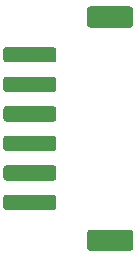
<source format=gbp>
G04 #@! TF.GenerationSoftware,KiCad,Pcbnew,(5.1.9)-1*
G04 #@! TF.CreationDate,2024-04-03T19:01:00-04:00*
G04 #@! TF.ProjectId,Shield Drive Moteur DC,53686965-6c64-4204-9472-697665204d6f,rev?*
G04 #@! TF.SameCoordinates,Original*
G04 #@! TF.FileFunction,Paste,Bot*
G04 #@! TF.FilePolarity,Positive*
%FSLAX46Y46*%
G04 Gerber Fmt 4.6, Leading zero omitted, Abs format (unit mm)*
G04 Created by KiCad (PCBNEW (5.1.9)-1) date 2024-04-03 19:01:00*
%MOMM*%
%LPD*%
G01*
G04 APERTURE LIST*
G04 APERTURE END LIST*
G36*
G01*
X210089600Y-104660000D02*
X214090400Y-104660000D01*
G75*
G02*
X214340000Y-104909600I0J-249600D01*
G01*
X214340000Y-105710400D01*
G75*
G02*
X214090400Y-105960000I-249600J0D01*
G01*
X210089600Y-105960000D01*
G75*
G02*
X209840000Y-105710400I0J249600D01*
G01*
X209840000Y-104909600D01*
G75*
G02*
X210089600Y-104660000I249600J0D01*
G01*
G37*
G36*
G01*
X217190200Y-107610000D02*
X220589800Y-107610000D01*
G75*
G02*
X220840000Y-107860200I0J-250200D01*
G01*
X220840000Y-109159800D01*
G75*
G02*
X220589800Y-109410000I-250200J0D01*
G01*
X217190200Y-109410000D01*
G75*
G02*
X216940000Y-109159800I0J250200D01*
G01*
X216940000Y-107860200D01*
G75*
G02*
X217190200Y-107610000I250200J0D01*
G01*
G37*
G36*
G01*
X217190200Y-88710000D02*
X220589800Y-88710000D01*
G75*
G02*
X220840000Y-88960200I0J-250200D01*
G01*
X220840000Y-90259800D01*
G75*
G02*
X220589800Y-90510000I-250200J0D01*
G01*
X217190200Y-90510000D01*
G75*
G02*
X216940000Y-90259800I0J250200D01*
G01*
X216940000Y-88960200D01*
G75*
G02*
X217190200Y-88710000I250200J0D01*
G01*
G37*
G36*
G01*
X210089600Y-102160000D02*
X214090400Y-102160000D01*
G75*
G02*
X214340000Y-102409600I0J-249600D01*
G01*
X214340000Y-103210400D01*
G75*
G02*
X214090400Y-103460000I-249600J0D01*
G01*
X210089600Y-103460000D01*
G75*
G02*
X209840000Y-103210400I0J249600D01*
G01*
X209840000Y-102409600D01*
G75*
G02*
X210089600Y-102160000I249600J0D01*
G01*
G37*
G36*
G01*
X210089600Y-99660000D02*
X214090400Y-99660000D01*
G75*
G02*
X214340000Y-99909600I0J-249600D01*
G01*
X214340000Y-100710400D01*
G75*
G02*
X214090400Y-100960000I-249600J0D01*
G01*
X210089600Y-100960000D01*
G75*
G02*
X209840000Y-100710400I0J249600D01*
G01*
X209840000Y-99909600D01*
G75*
G02*
X210089600Y-99660000I249600J0D01*
G01*
G37*
G36*
G01*
X210089600Y-97160000D02*
X214090400Y-97160000D01*
G75*
G02*
X214340000Y-97409600I0J-249600D01*
G01*
X214340000Y-98210400D01*
G75*
G02*
X214090400Y-98460000I-249600J0D01*
G01*
X210089600Y-98460000D01*
G75*
G02*
X209840000Y-98210400I0J249600D01*
G01*
X209840000Y-97409600D01*
G75*
G02*
X210089600Y-97160000I249600J0D01*
G01*
G37*
G36*
G01*
X210089600Y-94660000D02*
X214090400Y-94660000D01*
G75*
G02*
X214340000Y-94909600I0J-249600D01*
G01*
X214340000Y-95710400D01*
G75*
G02*
X214090400Y-95960000I-249600J0D01*
G01*
X210089600Y-95960000D01*
G75*
G02*
X209840000Y-95710400I0J249600D01*
G01*
X209840000Y-94909600D01*
G75*
G02*
X210089600Y-94660000I249600J0D01*
G01*
G37*
G36*
G01*
X210089600Y-92160000D02*
X214090400Y-92160000D01*
G75*
G02*
X214340000Y-92409600I0J-249600D01*
G01*
X214340000Y-93210400D01*
G75*
G02*
X214090400Y-93460000I-249600J0D01*
G01*
X210089600Y-93460000D01*
G75*
G02*
X209840000Y-93210400I0J249600D01*
G01*
X209840000Y-92409600D01*
G75*
G02*
X210089600Y-92160000I249600J0D01*
G01*
G37*
M02*

</source>
